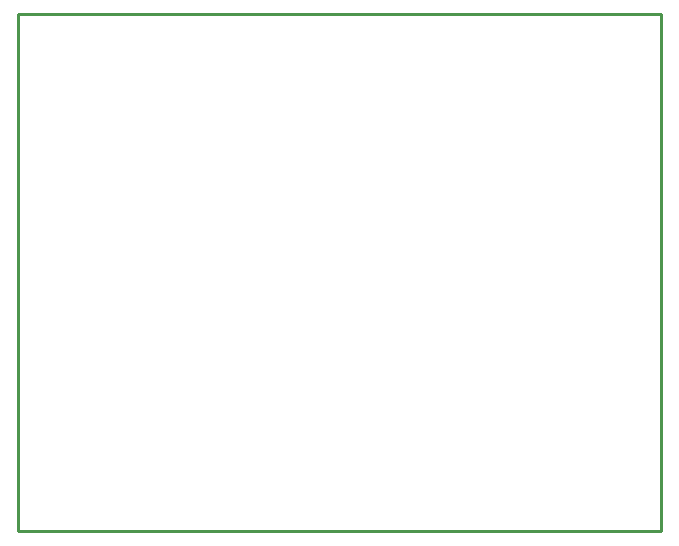
<source format=gko>
G04 Layer: BoardOutline*
G04 EasyEDA v6.4.19.5, 2021-05-02T15:51:48+00:00*
G04 fa95a55a5d7b4a54880c62140e65483f,df9bcaa0b1a24b1393461ff34c98d398,10*
G04 Gerber Generator version 0.2*
G04 Scale: 100 percent, Rotated: No, Reflected: No *
G04 Dimensions in millimeters *
G04 leading zeros omitted , absolute positions ,4 integer and 5 decimal *
%FSLAX45Y45*%
%MOMM*%

%ADD10C,0.2540*%
D10*
X338073Y4381500D02*
G01*
X5454650Y4381500D01*
X5454650Y0D01*
X6350Y0D01*
X6350Y1034287D01*
X6350Y4381500D01*
X338073Y4381500D01*

%LPD*%
M02*

</source>
